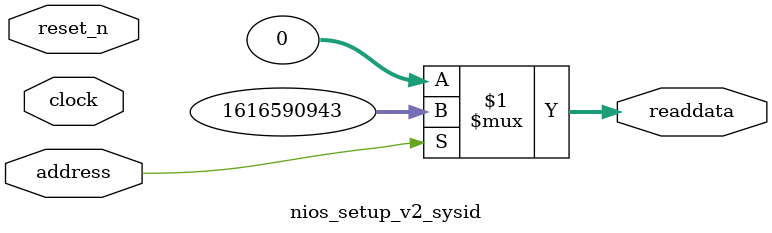
<source format=v>



// synthesis translate_off
`timescale 1ns / 1ps
// synthesis translate_on

// turn off superfluous verilog processor warnings 
// altera message_level Level1 
// altera message_off 10034 10035 10036 10037 10230 10240 10030 

module nios_setup_v2_sysid (
               // inputs:
                address,
                clock,
                reset_n,

               // outputs:
                readdata
             )
;

  output  [ 31: 0] readdata;
  input            address;
  input            clock;
  input            reset_n;

  wire    [ 31: 0] readdata;
  //control_slave, which is an e_avalon_slave
  assign readdata = address ? 1616590943 : 0;

endmodule



</source>
